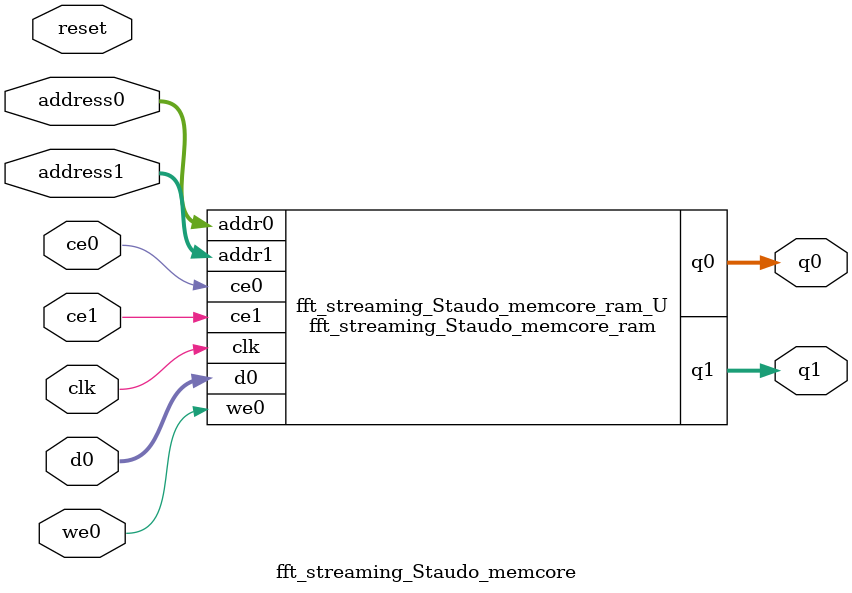
<source format=v>
`timescale 1 ns / 1 ps
module fft_streaming_Staudo_memcore_ram (addr0, ce0, d0, we0, q0, addr1, ce1, q1,  clk);

parameter DWIDTH = 32;
parameter AWIDTH = 10;
parameter MEM_SIZE = 1024;

input[AWIDTH-1:0] addr0;
input ce0;
input[DWIDTH-1:0] d0;
input we0;
output reg[DWIDTH-1:0] q0;
input[AWIDTH-1:0] addr1;
input ce1;
output reg[DWIDTH-1:0] q1;
input clk;

(* ram_style = "block" *)reg [DWIDTH-1:0] ram[0:MEM_SIZE-1];




always @(posedge clk)  
begin 
    if (ce0) 
    begin
        if (we0) 
        begin 
            ram[addr0] <= d0; 
        end 
        q0 <= ram[addr0];
    end
end


always @(posedge clk)  
begin 
    if (ce1) 
    begin
        q1 <= ram[addr1];
    end
end


endmodule

`timescale 1 ns / 1 ps
module fft_streaming_Staudo_memcore(
    reset,
    clk,
    address0,
    ce0,
    we0,
    d0,
    q0,
    address1,
    ce1,
    q1);

parameter DataWidth = 32'd32;
parameter AddressRange = 32'd1024;
parameter AddressWidth = 32'd10;
input reset;
input clk;
input[AddressWidth - 1:0] address0;
input ce0;
input we0;
input[DataWidth - 1:0] d0;
output[DataWidth - 1:0] q0;
input[AddressWidth - 1:0] address1;
input ce1;
output[DataWidth - 1:0] q1;



fft_streaming_Staudo_memcore_ram fft_streaming_Staudo_memcore_ram_U(
    .clk( clk ),
    .addr0( address0 ),
    .ce0( ce0 ),
    .we0( we0 ),
    .d0( d0 ),
    .q0( q0 ),
    .addr1( address1 ),
    .ce1( ce1 ),
    .q1( q1 ));

endmodule


</source>
